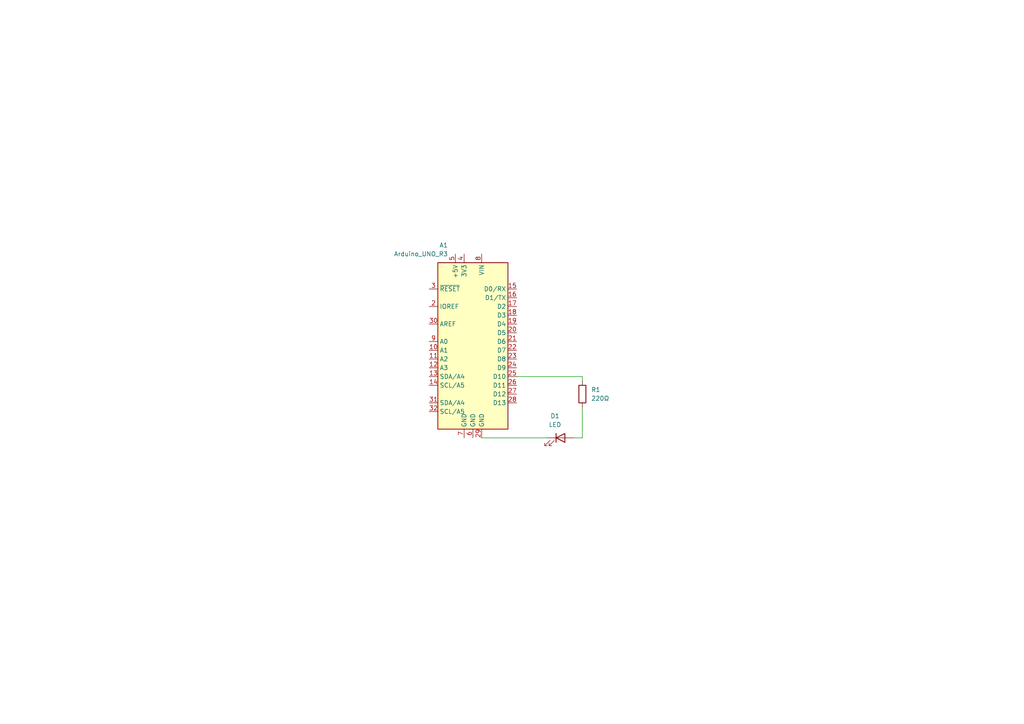
<source format=kicad_sch>
(kicad_sch (version 20250114) (generator "eeschema") (generator_version "9.0")
  (paper "A4")
  (lib_symbols
    (symbol "Device:LED" (pin_numbers (hide yes)) (pin_names (offset 1.016) (hide yes))
      (property "Reference" "D" (at 0 2.54 0))
      (property "Value" "LED" (at 0 -2.54 0))
      (symbol "LED_0_1"
        (polyline (pts (xy -3.048 -0.762) (xy -4.572 -2.286) (xy -3.81 -2.286) (xy -4.572 -2.286) (xy -4.572 -1.524)))
        (polyline (pts (xy -1.778 -0.762) (xy -3.302 -2.286) (xy -2.54 -2.286) (xy -3.302 -2.286) (xy -3.302 -1.524)))
        (polyline (pts (xy -1.27 0) (xy 1.27 0)))
        (polyline (pts (xy -1.27 -1.27) (xy -1.27 1.27)) (stroke (width 0.254)))
        (polyline (pts (xy 1.27 -1.27) (xy 1.27 1.27) (xy -1.27 0) (xy 1.27 -1.27)) (stroke (width 0.254)))
      )
      (symbol "LED_1_1"
        (pin passive line (at -3.81 0 0) (length 2.54) (name "K") (number "1"))
        (pin passive line (at 3.81 0 180) (length 2.54) (name "A") (number "2"))
      )
    )
    (symbol "Device:R" (pin_numbers (hide yes)) (pin_names (offset 0))
      (property "Reference" "R" (at 2.032 0 90))
      (property "Value" "R" (at 0 0 90))
      (symbol "R_0_1"
        (rectangle (start -1.016 -2.54) (end 1.016 2.54) (stroke (width 0.254)))
      )
      (symbol "R_1_1"
        (pin passive line (at 0 3.81 270) (length 1.27) (name "~") (number "1"))
        (pin passive line (at 0 -3.81 90) (length 1.27) (name "~") (number "2"))
      )
    )
    (symbol "MCU_Module:Arduino_UNO_R3"
      (property "Reference" "A" (at -10.16 23.495 0))
      (property "Value" "Arduino_UNO_R3" (at 5.08 -26.67 0))
      (symbol "Arduino_UNO_R3_0_1"
        (rectangle (start -10.16 22.86) (end 10.16 -25.4) (stroke (width 0.254)) (fill (type background)))
      )
      (symbol "Arduino_UNO_R3_1_1"
        (pin bidirectional line (at -12.7 15.24 0) (length 2.54) (name "D0/RX") (number "15"))
        (pin bidirectional line (at -12.7 12.7 0) (length 2.54) (name "D1/TX") (number "16"))
        (pin bidirectional line (at -12.7 10.16 0) (length 2.54) (name "D2") (number "17"))
        (pin bidirectional line (at -12.7 7.62 0) (length 2.54) (name "D3") (number "18"))
        (pin bidirectional line (at -12.7 5.08 0) (length 2.54) (name "D4") (number "19"))
        (pin bidirectional line (at -12.7 2.54 0) (length 2.54) (name "D5") (number "20"))
        (pin bidirectional line (at -12.7 0 0) (length 2.54) (name "D6") (number "21"))
        (pin bidirectional line (at -12.7 -2.54 0) (length 2.54) (name "D7") (number "22"))
        (pin bidirectional line (at -12.7 -5.08 0) (length 2.54) (name "D8") (number "23"))
        (pin bidirectional line (at -12.7 -7.62 0) (length 2.54) (name "D9") (number "24"))
        (pin bidirectional line (at -12.7 -10.16 0) (length 2.54) (name "D10") (number "25"))
        (pin bidirectional line (at -12.7 -12.7 0) (length 2.54) (name "D11") (number "26"))
        (pin bidirectional line (at -12.7 -15.24 0) (length 2.54) (name "D12") (number "27"))
        (pin bidirectional line (at -12.7 -17.78 0) (length 2.54) (name "D13") (number "28"))
        (pin no_connect line (at -10.16 -20.32 0) (length 2.54) (hide yes) (name "NC") (number "1"))
        (pin power_in line (at -2.54 25.4 270) (length 2.54) (name "VIN") (number "8"))
        (pin power_in line (at -2.54 -27.94 90) (length 2.54) (name "GND") (number "29"))
        (pin power_in line (at 0 -27.94 90) (length 2.54) (name "GND") (number "6"))
        (pin power_out line (at 2.54 25.4 270) (length 2.54) (name "3V3") (number "4"))
        (pin power_in line (at 2.54 -27.94 90) (length 2.54) (name "GND") (number "7"))
        (pin power_out line (at 5.08 25.4 270) (length 2.54) (name "+5V") (number "5"))
        (pin input line (at 12.7 15.24 180) (length 2.54) (name "~{RESET}") (number "3"))
        (pin output line (at 12.7 10.16 180) (length 2.54) (name "IOREF") (number "2"))
        (pin input line (at 12.7 5.08 180) (length 2.54) (name "AREF") (number "30"))
        (pin bidirectional line (at 12.7 0 180) (length 2.54) (name "A0") (number "9"))
        (pin bidirectional line (at 12.7 -2.54 180) (length 2.54) (name "A1") (number "10"))
        (pin bidirectional line (at 12.7 -5.08 180) (length 2.54) (name "A2") (number "11"))
        (pin bidirectional line (at 12.7 -7.62 180) (length 2.54) (name "A3") (number "12"))
        (pin bidirectional line (at 12.7 -10.16 180) (length 2.54) (name "SDA/A4") (number "13"))
        (pin bidirectional line (at 12.7 -12.7 180) (length 2.54) (name "SCL/A5") (number "14"))
        (pin bidirectional line (at 12.7 -17.78 180) (length 2.54) (name "SDA/A4") (number "31"))
        (pin bidirectional line (at 12.7 -20.32 180) (length 2.54) (name "SCL/A5") (number "32"))
      )
    )
  )
  (wire (pts (xy 168.91 118.11) (xy 168.91 127)))
  (wire (pts (xy 139.7 127) (xy 158.75 127)))
  (wire (pts (xy 168.91 109.22) (xy 168.91 110.49)))
  (wire (pts (xy 149.86 109.22) (xy 168.91 109.22)))
  (wire (pts (xy 168.91 127) (xy 166.37 127)))
  (symbol (lib_id "Device:R") (at 168.91 114.3 0) (unit 1)
    (property "Reference" "R1" (at 171.45 113.0299 0) (effects (justify left)))
    (property "Value" "220Ω" (at 171.45 115.5699 0) (effects (justify left)))
    (property "Footprint" "Resistor_THT:R_Axial_DIN0204_L3.6mm_D1.6mm_P1.90mm_Vertical" (effects (hide yes)))
    (property "Description" "Resistor" (effects (hide yes)))
  )
  (symbol (lib_id "Device:LED") (at 162.56 127 0) (unit 1)
    (property "Reference" "D1" (at 160.9725 120.65 0))
    (property "Value" "LED" (at 160.9725 123.19 0))
    (property "Footprint" "LED_THT:LED_D5.0mm" (effects (hide yes)))
    (property "Description" "Light emitting diode" (effects (hide yes)))
    (property "Sim.Pins" "1=K 2=A" (effects (hide yes)))
  )
  (symbol (lib_id "MCU_Module:Arduino_UNO_R3") (at 137.16 99.06 0) (mirror y) (unit 1)
    (property "Reference" "A1" (at 129.9367 71.12 0) (effects (justify left)))
    (property "Value" "Arduino_UNO_R3" (at 129.9367 73.66 0) (effects (justify left)))
    (property "Footprint" "Module:Arduino_UNO_R3" (effects (hide yes)))
    (property "Datasheet" "https://www.arduino.cc/en/Main/arduinoBoardUno" (effects (hide yes)))
    (property "Description" "Arduino UNO Microcontroller Module, release 3" (effects (hide yes)))
  )
)
</source>
